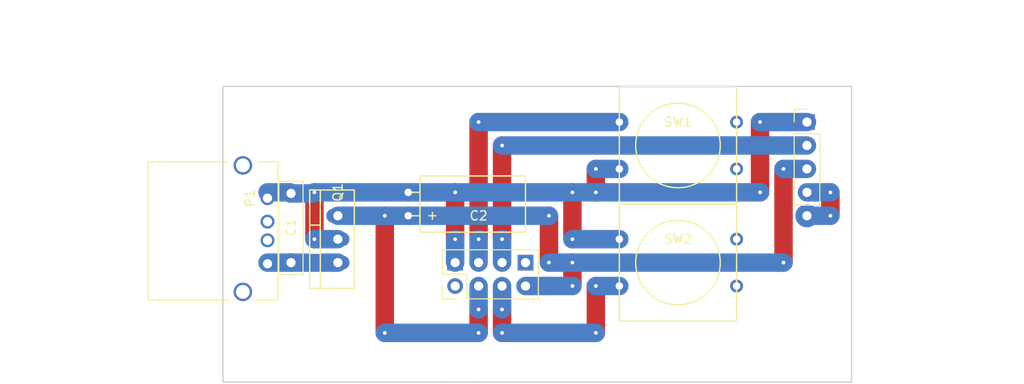
<source format=kicad_pcb>
(kicad_pcb (version 4) (host pcbnew 4.0.4+e1-6308~48~ubuntu15.10.1-stable)

  (general
    (links 17)
    (no_connects 0)
    (area -26.185713 17.25 104.240001 52.7)
    (thickness 1.6)
    (drawings 23)
    (tracks 80)
    (zones 0)
    (modules 11)
    (nets 8)
  )

  (page A4)
  (layers
    (0 F.Cu signal)
    (31 B.Cu signal)
    (33 F.Adhes user hide)
    (35 F.Paste user hide)
    (37 F.SilkS user)
    (39 F.Mask user hide)
    (40 Dwgs.User user)
    (41 Cmts.User user hide)
    (42 Eco1.User user)
    (43 Eco2.User user hide)
    (44 Edge.Cuts user)
    (45 Margin user hide)
    (47 F.CrtYd user)
    (49 F.Fab user)
  )

  (setup
    (last_trace_width 2)
    (trace_clearance 0.2)
    (zone_clearance 0.508)
    (zone_45_only no)
    (trace_min 0.2)
    (segment_width 0.2)
    (edge_width 0.15)
    (via_size 0.6)
    (via_drill 0.4)
    (via_min_size 0.4)
    (via_min_drill 0.3)
    (uvia_size 0.3)
    (uvia_drill 0.1)
    (uvias_allowed no)
    (uvia_min_size 0.2)
    (uvia_min_drill 0.1)
    (pcb_text_width 0.3)
    (pcb_text_size 1.5 1.5)
    (mod_edge_width 0.15)
    (mod_text_size 1 1)
    (mod_text_width 0.15)
    (pad_size 2 2)
    (pad_drill 1.5)
    (pad_to_mask_clearance 0.2)
    (aux_axis_origin 0 0)
    (grid_origin 12.7 17.78)
    (visible_elements FFFFF77F)
    (pcbplotparams
      (layerselection 0x00030_80000001)
      (usegerberextensions false)
      (excludeedgelayer true)
      (linewidth 0.100000)
      (plotframeref false)
      (viasonmask false)
      (mode 1)
      (useauxorigin false)
      (hpglpennumber 1)
      (hpglpenspeed 20)
      (hpglpendiameter 15)
      (hpglpenoverlay 2)
      (psnegative false)
      (psa4output false)
      (plotreference true)
      (plotvalue true)
      (plotinvisibletext false)
      (padsonsilk false)
      (subtractmaskfromsilk false)
      (outputformat 1)
      (mirror false)
      (drillshape 1)
      (scaleselection 1)
      (outputdirectory ""))
  )

  (net 0 "")
  (net 1 +5V)
  (net 2 GND)
  (net 3 "Net-(C2-Pad1)")
  (net 4 "Net-(P2-Pad3)")
  (net 5 "Net-(P2-Pad5)")
  (net 6 "Net-(P2-Pad6)")
  (net 7 Antena)

  (net_class Default "This is the default net class."
    (clearance 0.2)
    (trace_width 2)
    (via_dia 0.6)
    (via_drill 0.4)
    (uvia_dia 0.3)
    (uvia_drill 0.1)
    (add_net +5V)
    (add_net Antena)
    (add_net GND)
    (add_net "Net-(C2-Pad1)")
    (add_net "Net-(P2-Pad3)")
    (add_net "Net-(P2-Pad5)")
    (add_net "Net-(P2-Pad6)")
  )

  (module Pin_Headers:Pin_Header_Straight_2x04_Pitch2.54mm (layer F.Cu) (tedit 58A2DA9B) (tstamp 58A21273)
    (at 139.7 105.41 90)
    (descr "Through hole straight pin header, 2x04, 2.54mm pitch, double rows")
    (tags "Through hole pin header THT 2x04 2.54mm double row")
    (path /589F22F1)
    (fp_text reference P2 (at 1.27 -2.39 90) (layer F.SilkS) hide
      (effects (font (size 1 1) (thickness 0.15)))
    )
    (fp_text value ESP-8266-01 (at 1.27 10.01 90) (layer F.Fab)
      (effects (font (size 1 1) (thickness 0.15)))
    )
    (fp_line (start -1.27 -1.27) (end -1.27 8.89) (layer F.Fab) (width 0.1))
    (fp_line (start -1.27 8.89) (end 3.81 8.89) (layer F.Fab) (width 0.1))
    (fp_line (start 3.81 8.89) (end 3.81 -1.27) (layer F.Fab) (width 0.1))
    (fp_line (start 3.81 -1.27) (end -1.27 -1.27) (layer F.Fab) (width 0.1))
    (fp_line (start -1.39 1.27) (end -1.39 9.01) (layer F.SilkS) (width 0.12))
    (fp_line (start -1.39 9.01) (end 3.93 9.01) (layer F.SilkS) (width 0.12))
    (fp_line (start 3.93 9.01) (end 3.93 -1.39) (layer F.SilkS) (width 0.12))
    (fp_line (start 3.93 -1.39) (end 1.27 -1.39) (layer F.SilkS) (width 0.12))
    (fp_line (start 1.27 -1.39) (end 1.27 1.27) (layer F.SilkS) (width 0.12))
    (fp_line (start 1.27 1.27) (end -1.39 1.27) (layer F.SilkS) (width 0.12))
    (fp_line (start -1.39 0) (end -1.39 -1.39) (layer F.SilkS) (width 0.12))
    (fp_line (start -1.39 -1.39) (end 0 -1.39) (layer F.SilkS) (width 0.12))
    (fp_line (start -1.6 -1.6) (end -1.6 9.2) (layer F.CrtYd) (width 0.05))
    (fp_line (start -1.6 9.2) (end 4.1 9.2) (layer F.CrtYd) (width 0.05))
    (fp_line (start 4.1 9.2) (end 4.1 -1.6) (layer F.CrtYd) (width 0.05))
    (fp_line (start 4.1 -1.6) (end -1.6 -1.6) (layer F.CrtYd) (width 0.05))
    (pad TX thru_hole circle (at 0 0 90) (size 1.7 1.7) (drill 1) (layers *.Cu *.Mask))
    (pad 2 thru_hole rect (at 2.54 0 90) (size 1.7 1.7) (drill 1) (layers *.Cu *.Mask)
      (net 2 GND))
    (pad CH_P thru_hole oval (at 0 2.54 90) (size 1.7 1.7) (drill 1) (layers *.Cu *.Mask)
      (net 3 "Net-(C2-Pad1)"))
    (pad G2 thru_hole oval (at 2.54 2.54 90) (size 1.7 1.7) (drill 1) (layers *.Cu *.Mask)
      (net 4 "Net-(P2-Pad3)"))
    (pad RST thru_hole oval (at 0 5.08 90) (size 1.7 1.7) (drill 1) (layers *.Cu *.Mask)
      (net 6 "Net-(P2-Pad6)"))
    (pad G0 thru_hole oval (at 2.54 5.08 90) (size 1.7 1.7) (drill 1) (layers *.Cu *.Mask)
      (net 5 "Net-(P2-Pad5)"))
    (pad VCC thru_hole oval (at 0 7.62 90) (size 1.7 1.7) (drill 1) (layers *.Cu *.Mask)
      (net 3 "Net-(C2-Pad1)"))
    (pad RX thru_hole rect (at 2.54 7.62 90) (size 1.7 1.7) (drill 1) (layers *.Cu *.Mask))
    (model Pin_Headers.3dshapes/Pin_Header_Straight_2x04_Pitch2.54mm.wrl
      (at (xyz 0.05 -0.15 0))
      (scale (xyz 1 1 1))
      (rotate (xyz 0 0 90))
    )
  )

  (module Connect:USB_A (layer F.Cu) (tedit 58A2DA5F) (tstamp 58A06C58)
    (at 119.38 95.885 270)
    (descr "USB A connector")
    (tags "USB USB_A")
    (path /589F22AA)
    (fp_text reference P1 (at 0 1.905 270) (layer F.SilkS)
      (effects (font (size 1 1) (thickness 0.15)))
    )
    (fp_text value USB_A (at 3.84 7.44 270) (layer F.Fab)
      (effects (font (size 1 1) (thickness 0.15)))
    )
    (fp_line (start -5.3 13.2) (end -5.3 -1.4) (layer F.CrtYd) (width 0.05))
    (fp_line (start 11.95 -1.4) (end 11.95 13.2) (layer F.CrtYd) (width 0.05))
    (fp_line (start -5.3 13.2) (end 11.95 13.2) (layer F.CrtYd) (width 0.05))
    (fp_line (start -5.3 -1.4) (end 11.95 -1.4) (layer F.CrtYd) (width 0.05))
    (fp_line (start 11.05 -1.14) (end 11.05 1.19) (layer F.SilkS) (width 0.12))
    (fp_line (start -3.94 -1.14) (end -3.94 0.98) (layer F.SilkS) (width 0.12))
    (fp_line (start 11.05 -1.14) (end -3.94 -1.14) (layer F.SilkS) (width 0.12))
    (fp_line (start 11.05 12.95) (end -3.94 12.95) (layer F.SilkS) (width 0.12))
    (fp_line (start 11.05 4.15) (end 11.05 12.95) (layer F.SilkS) (width 0.12))
    (fp_line (start -3.94 4.35) (end -3.94 12.95) (layer F.SilkS) (width 0.12))
    (pad 1 thru_hole circle (at 7.11 0 180) (size 1.5 1.5) (drill 1) (layers *.Cu *.Mask)
      (net 1 +5V))
    (pad "" thru_hole circle (at 4.57 0 180) (size 1.5 1.5) (drill 1) (layers *.Cu *.Mask))
    (pad "" thru_hole circle (at 2.54 0 180) (size 1.5 1.5) (drill 1) (layers *.Cu *.Mask))
    (pad 4 thru_hole circle (at 0 0 180) (size 1.5 1.5) (drill 1) (layers *.Cu *.Mask)
      (net 2 GND))
    (pad "" np_thru_hole oval (at 10.16 2.67 180) (size 2 2) (drill 1.5) (layers *.Cu *.Mask))
    (pad "" np_thru_hole oval (at -3.56 2.67 180) (size 2 2) (drill 1.5) (layers *.Cu *.Mask))
    (model Connectors.3dshapes/USB_A.wrl
      (at (xyz 0.14 0 0))
      (scale (xyz 1 1 1))
      (rotate (xyz 0 0 90))
    )
  )

  (module Buttons_Switches_ThroughHole:SW_PUSH-12mm (layer F.Cu) (tedit 58A2DABD) (tstamp 58A06CB3)
    (at 163.83 90.17)
    (path /589F3835)
    (fp_text reference SW1 (at 0 -2.54) (layer F.SilkS)
      (effects (font (size 1 1) (thickness 0.15)))
    )
    (fp_text value SW_RESET (at 0 2.54) (layer F.Fab)
      (effects (font (size 1 1) (thickness 0.15)))
    )
    (fp_circle (center 0 0) (end 3.81 2.54) (layer F.SilkS) (width 0.15))
    (fp_line (start -6.35 -6.35) (end 6.35 -6.35) (layer F.SilkS) (width 0.15))
    (fp_line (start 6.35 -6.35) (end 6.35 6.35) (layer F.SilkS) (width 0.15))
    (fp_line (start 6.35 6.35) (end -6.35 6.35) (layer F.SilkS) (width 0.15))
    (fp_line (start -6.35 6.35) (end -6.35 -6.35) (layer F.SilkS) (width 0.15))
    (pad "" np_thru_hole oval (at 6.35 -2.54) (size 1.397 1.397) (drill 0.8128) (layers *.Cu *.Mask))
    (pad "" np_thru_hole circle (at 6.35 2.54) (size 1.397 1.397) (drill 0.8128) (layers *.Cu *.Mask))
    (pad 2 thru_hole circle (at -6.35 -2.54) (size 1.397 1.397) (drill 0.8128) (layers *.Cu *.Mask)
      (net 4 "Net-(P2-Pad3)"))
    (pad 1 thru_hole rect (at -6.35 2.54) (size 1.397 1.397) (drill 0.8128) (layers *.Cu *.Mask)
      (net 2 GND))
    (model Buttons_Switches_ThroughHole.3dshapes/SW_PUSH-12mm.wrl
      (at (xyz 0 0 0))
      (scale (xyz 4 4 4))
      (rotate (xyz 0 0 0))
    )
  )

  (module Buttons_Switches_ThroughHole:SW_PUSH-12mm (layer F.Cu) (tedit 58A2DAB3) (tstamp 58A06CC0)
    (at 163.83 102.87)
    (path /589F36F6)
    (fp_text reference SW2 (at 0 -2.54) (layer F.SilkS)
      (effects (font (size 1 1) (thickness 0.15)))
    )
    (fp_text value RST (at 0 2.54) (layer F.Fab)
      (effects (font (size 1 1) (thickness 0.15)))
    )
    (fp_circle (center 0 0) (end 3.81 2.54) (layer F.SilkS) (width 0.15))
    (fp_line (start -6.35 -6.35) (end 6.35 -6.35) (layer F.SilkS) (width 0.15))
    (fp_line (start 6.35 -6.35) (end 6.35 6.35) (layer F.SilkS) (width 0.15))
    (fp_line (start 6.35 6.35) (end -6.35 6.35) (layer F.SilkS) (width 0.15))
    (fp_line (start -6.35 6.35) (end -6.35 -6.35) (layer F.SilkS) (width 0.15))
    (pad "" np_thru_hole circle (at 6.35 -2.54) (size 1.397 1.397) (drill 0.8128) (layers *.Cu *.Mask))
    (pad "" np_thru_hole circle (at 6.35 2.54) (size 1.397 1.397) (drill 0.8128) (layers *.Cu *.Mask))
    (pad 2 thru_hole rect (at -6.35 -2.54) (size 1.397 1.397) (drill 0.8128) (layers *.Cu *.Mask)
      (net 2 GND))
    (pad 1 thru_hole circle (at -6.35 2.54) (size 1.397 1.397) (drill 0.8128) (layers *.Cu *.Mask)
      (net 6 "Net-(P2-Pad6)"))
    (model Buttons_Switches_ThroughHole.3dshapes/SW_PUSH-12mm.wrl
      (at (xyz 0 0 0))
      (scale (xyz 4 4 4))
      (rotate (xyz 0 0 0))
    )
  )

  (module Discret:C1V5H (layer F.Cu) (tedit 58A221E8) (tstamp 58A06C44)
    (at 134.62 96.52 90)
    (descr "Condensateur e = 1 pas")
    (tags C)
    (path /589F2D02)
    (fp_text reference C2 (at -1.27 7.62 180) (layer F.SilkS)
      (effects (font (size 1 1) (thickness 0.15)))
    )
    (fp_text value 2,2uF (at 1.27 7.62 180) (layer F.Fab)
      (effects (font (size 1 1) (thickness 0.15)))
    )
    (fp_line (start -3.048 12.7) (end 3.048 12.7) (layer F.SilkS) (width 0.15))
    (fp_line (start -3.048 1.27) (end 3.048 1.27) (layer F.SilkS) (width 0.15))
    (fp_line (start -3.048 12.7) (end -3.048 1.27) (layer F.SilkS) (width 0.15))
    (fp_line (start 3.048 1.27) (end 3.048 12.7) (layer F.SilkS) (width 0.15))
    (fp_line (start -1.27 0) (end -1.27 1.27) (layer F.SilkS) (width 0.15))
    (fp_line (start 1.27 0) (end 1.27 1.27) (layer F.SilkS) (width 0.15))
    (fp_text user + (at -1.27 2.54 90) (layer F.SilkS)
      (effects (font (size 1 1) (thickness 0.15)))
    )
    (pad 1 thru_hole circle (at -1.27 0 90) (size 1.397 1.397) (drill 0.8128) (layers *.Cu *.Mask)
      (net 3 "Net-(C2-Pad1)"))
    (pad 2 thru_hole rect (at 1.27 0 90) (size 1.397 1.397) (drill 0.8128) (layers *.Cu *.Mask)
      (net 2 GND))
    (model Discret.3dshapes/C1V5H.wrl
      (at (xyz 0 0 0))
      (scale (xyz 1 1 1))
      (rotate (xyz 0 0 0))
    )
  )

  (module Pin_Headers:Pin_Header_Straight_1x04_Pitch2.54mm (layer F.Cu) (tedit 58A2DA93) (tstamp 58A06CA6)
    (at 177.8 87.63)
    (descr "Through hole straight pin header, 1x04, 2.54mm pitch, single row")
    (tags "Through hole pin header THT 1x04 2.54mm single row")
    (path /589F410B)
    (fp_text reference Q2 (at 0 -2.39) (layer F.SilkS) hide
      (effects (font (size 1 1) (thickness 0.15)))
    )
    (fp_text value 433-module (at 2.54 1.27 90) (layer F.Fab)
      (effects (font (size 1 1) (thickness 0.15)))
    )
    (fp_line (start -1.27 -1.27) (end -1.27 8.89) (layer F.Fab) (width 0.1))
    (fp_line (start -1.27 8.89) (end 1.27 8.89) (layer F.Fab) (width 0.1))
    (fp_line (start 1.27 8.89) (end 1.27 -1.27) (layer F.Fab) (width 0.1))
    (fp_line (start 1.27 -1.27) (end -1.27 -1.27) (layer F.Fab) (width 0.1))
    (fp_line (start -1.39 1.27) (end -1.39 9.01) (layer F.SilkS) (width 0.12))
    (fp_line (start -1.39 9.01) (end 1.39 9.01) (layer F.SilkS) (width 0.12))
    (fp_line (start 1.39 9.01) (end 1.39 1.27) (layer F.SilkS) (width 0.12))
    (fp_line (start 1.39 1.27) (end -1.39 1.27) (layer F.SilkS) (width 0.12))
    (fp_line (start -1.39 0) (end -1.39 -1.39) (layer F.SilkS) (width 0.12))
    (fp_line (start -1.39 -1.39) (end 0 -1.39) (layer F.SilkS) (width 0.12))
    (fp_line (start -1.6 -1.6) (end -1.6 9.2) (layer F.CrtYd) (width 0.05))
    (fp_line (start -1.6 9.2) (end 1.6 9.2) (layer F.CrtYd) (width 0.05))
    (fp_line (start 1.6 9.2) (end 1.6 -1.6) (layer F.CrtYd) (width 0.05))
    (fp_line (start 1.6 -1.6) (end -1.6 -1.6) (layer F.CrtYd) (width 0.05))
    (pad 1 thru_hole rect (at 0 0) (size 1.7 1.7) (drill 1) (layers *.Cu *.Mask)
      (net 2 GND))
    (pad DATA thru_hole oval (at 0 2.54) (size 1.7 1.7) (drill 1) (layers *.Cu *.Mask)
      (net 5 "Net-(P2-Pad5)"))
    (pad VCC thru_hole oval (at 0 5.08) (size 1.7 1.7) (drill 1) (layers *.Cu *.Mask)
      (net 3 "Net-(C2-Pad1)"))
    (pad 4 thru_hole oval (at 0 7.62) (size 1.7 1.7) (drill 1) (layers *.Cu *.Mask)
      (net 7 Antena))
    (model Pin_Headers.3dshapes/Pin_Header_Straight_1x04_Pitch2.54mm.wrl
      (at (xyz 0 -0.15 0))
      (scale (xyz 1 1 1))
      (rotate (xyz 0 0 90))
    )
  )

  (module Capacitors_ThroughHole:C_Rect_L10.0mm_W2.5mm_P7.50mm_MKS4 (layer F.Cu) (tedit 58A2DA58) (tstamp 58A06BB0)
    (at 121.92 102.87 90)
    (descr "C, Rect series, Radial, pin pitch=7.50mm, , length*width=10*2.5mm^2, Capacitor, http://www.wima.com/EN/WIMA_MKS_4.pdf")
    (tags "C Rect series Radial pin pitch 7.50mm  length 10mm width 2.5mm Capacitor")
    (path /589F23DA)
    (fp_text reference C1 (at 3.81 0 90) (layer F.SilkS)
      (effects (font (size 1 1) (thickness 0.15)))
    )
    (fp_text value 0.1uF (at 12.065 0 90) (layer F.Fab)
      (effects (font (size 1 1) (thickness 0.15)))
    )
    (fp_line (start -1.25 -1.25) (end -1.25 1.25) (layer F.Fab) (width 0.1))
    (fp_line (start -1.25 1.25) (end 8.75 1.25) (layer F.Fab) (width 0.1))
    (fp_line (start 8.75 1.25) (end 8.75 -1.25) (layer F.Fab) (width 0.1))
    (fp_line (start 8.75 -1.25) (end -1.25 -1.25) (layer F.Fab) (width 0.1))
    (fp_line (start -1.31 -1.31) (end 8.81 -1.31) (layer F.SilkS) (width 0.12))
    (fp_line (start -1.31 1.31) (end 8.81 1.31) (layer F.SilkS) (width 0.12))
    (fp_line (start -1.31 -1.31) (end -1.31 1.31) (layer F.SilkS) (width 0.12))
    (fp_line (start 8.81 -1.31) (end 8.81 1.31) (layer F.SilkS) (width 0.12))
    (fp_line (start -1.6 -1.6) (end -1.6 1.6) (layer F.CrtYd) (width 0.05))
    (fp_line (start -1.6 1.6) (end 9.1 1.6) (layer F.CrtYd) (width 0.05))
    (fp_line (start 9.1 1.6) (end 9.1 -1.6) (layer F.CrtYd) (width 0.05))
    (fp_line (start 9.1 -1.6) (end -1.6 -1.6) (layer F.CrtYd) (width 0.05))
    (pad 1 thru_hole circle (at 0 0 90) (size 2 2) (drill 1) (layers *.Cu *.Mask)
      (net 1 +5V))
    (pad 2 thru_hole circle (at 7.5 0 90) (size 2 2) (drill 1) (layers *.Cu *.Mask)
      (net 2 GND))
    (model Capacitors_ThroughHole.3dshapes/C_Rect_L10.0mm_W2.5mm_P7.50mm_MKS4.wrl
      (at (xyz 0 0 0))
      (scale (xyz 0.393701 0.393701 0.393701))
      (rotate (xyz 0 0 0))
    )
  )

  (module TO_SOT_Packages_THT:TO-220_Neutral123_Vertical (layer F.Cu) (tedit 58A221B8) (tstamp 58A06C8C)
    (at 127 100.33 90)
    (descr "TO-220, Neutral, Vertical,")
    (tags "TO-220, Neutral, Vertical,")
    (path /589F29B2)
    (fp_text reference Q1 (at 5.08 0 90) (layer F.SilkS)
      (effects (font (size 1 1) (thickness 0.15)))
    )
    (fp_text value LF33CV (at -7.62 0 90) (layer F.Fab)
      (effects (font (size 1 1) (thickness 0.15)))
    )
    (fp_line (start -1.524 -3.048) (end -1.524 -1.905) (layer F.SilkS) (width 0.15))
    (fp_line (start 1.524 -3.048) (end 1.524 -1.905) (layer F.SilkS) (width 0.15))
    (fp_line (start 5.334 -1.905) (end 5.334 1.778) (layer F.SilkS) (width 0.15))
    (fp_line (start 5.334 1.778) (end -5.334 1.778) (layer F.SilkS) (width 0.15))
    (fp_line (start -5.334 1.778) (end -5.334 -1.905) (layer F.SilkS) (width 0.15))
    (fp_line (start 5.334 -3.048) (end 5.334 -1.905) (layer F.SilkS) (width 0.15))
    (fp_line (start 5.334 -1.905) (end -5.334 -1.905) (layer F.SilkS) (width 0.15))
    (fp_line (start -5.334 -1.905) (end -5.334 -3.048) (layer F.SilkS) (width 0.15))
    (fp_line (start 0 -3.048) (end -5.334 -3.048) (layer F.SilkS) (width 0.15))
    (fp_line (start 0 -3.048) (end 5.334 -3.048) (layer F.SilkS) (width 0.15))
    (pad 2 thru_hole oval (at 0 0 180) (size 2.49936 1.50114) (drill 1.00076) (layers *.Cu *.Mask)
      (net 2 GND))
    (pad 1 thru_hole oval (at -2.54 0 180) (size 2.49936 1.50114) (drill 1.00076) (layers *.Cu *.Mask)
      (net 1 +5V))
    (pad 3 thru_hole oval (at 2.54 0 180) (size 2.49936 1.50114) (drill 1.00076) (layers *.Cu *.Mask)
      (net 3 "Net-(C2-Pad1)"))
    (model TO_SOT_Packages_THT.3dshapes/TO-220_Neutral123_Vertical.wrl
      (at (xyz 0 0 0))
      (scale (xyz 0.3937 0.3937 0.3937))
      (rotate (xyz 0 0 0))
    )
  )

  (module Wire_Pads:SolderWirePad_single_1mmDrill (layer F.Cu) (tedit 58A2DA8E) (tstamp 58A225A4)
    (at 177.8 97.79)
    (fp_text reference REF** (at 0 -3.81) (layer F.SilkS) hide
      (effects (font (size 1 1) (thickness 0.15)))
    )
    (fp_text value Antena (at 0 2.54 180) (layer F.Fab)
      (effects (font (size 1 1) (thickness 0.15)))
    )
    (pad 1 thru_hole circle (at 0 0) (size 2.49936 2.49936) (drill 1.00076) (layers *.Cu *.Mask)
      (net 7 Antena))
  )

  (module Mounting_Holes:MountingHole_3mm (layer F.Cu) (tedit 58A2DAA2) (tstamp 58A22D43)
    (at 118.11 112.395)
    (descr "Mounting Hole 3mm, no annular")
    (tags "mounting hole 3mm no annular")
    (fp_text reference REF** (at 0 -4) (layer F.SilkS) hide
      (effects (font (size 1 1) (thickness 0.15)))
    )
    (fp_text value MountingHole_3mm (at 0 4) (layer F.Fab) hide
      (effects (font (size 1 1) (thickness 0.15)))
    )
    (fp_circle (center 0 0) (end 3 0) (layer Cmts.User) (width 0.15))
    (fp_circle (center 0 0) (end 3.25 0) (layer F.CrtYd) (width 0.05))
    (pad 1 np_thru_hole circle (at 0 0) (size 3 3) (drill 3) (layers *.Cu *.Mask))
  )

  (module Mounting_Holes:MountingHole_3mm (layer F.Cu) (tedit 58A2DAA7) (tstamp 58A22D67)
    (at 118.11 86.995)
    (descr "Mounting Hole 3mm, no annular")
    (tags "mounting hole 3mm no annular")
    (fp_text reference REF** (at 0 -4) (layer F.SilkS) hide
      (effects (font (size 1 1) (thickness 0.15)))
    )
    (fp_text value MountingHole_3mm (at 0 4) (layer F.Fab) hide
      (effects (font (size 1 1) (thickness 0.15)))
    )
    (fp_circle (center 0 0) (end 3 0) (layer Cmts.User) (width 0.15))
    (fp_circle (center 0 0) (end 3.25 0) (layer F.CrtYd) (width 0.05))
    (pad 1 np_thru_hole circle (at 0 0) (size 3 3) (drill 3) (layers *.Cu *.Mask))
  )

  (dimension 8.001 (width 0.3) (layer Eco1.User)
    (gr_text "8,001 mm" (at 96.694 111.8235 270) (layer Eco1.User)
      (effects (font (size 1.5 1.5) (thickness 0.3)))
    )
    (feature1 (pts (xy 114.554 115.824) (xy 95.344 115.824)))
    (feature2 (pts (xy 114.554 107.823) (xy 95.344 107.823)))
    (crossbar (pts (xy 98.044 107.823) (xy 98.044 115.824)))
    (arrow1a (pts (xy 98.044 115.824) (xy 97.457579 114.697496)))
    (arrow1b (pts (xy 98.044 115.824) (xy 98.630421 114.697496)))
    (arrow2a (pts (xy 98.044 107.823) (xy 97.457579 108.949504)))
    (arrow2b (pts (xy 98.044 107.823) (xy 98.630421 108.949504)))
  )
  (dimension 6.858 (width 0.3) (layer Eco1.User)
    (gr_text "6,858 mm" (at 96.694 87.122 90) (layer Eco1.User)
      (effects (font (size 1.5 1.5) (thickness 0.3)))
    )
    (feature1 (pts (xy 114.554 83.693) (xy 95.344 83.693)))
    (feature2 (pts (xy 114.554 90.551) (xy 95.344 90.551)))
    (crossbar (pts (xy 98.044 90.551) (xy 98.044 83.693)))
    (arrow1a (pts (xy 98.044 83.693) (xy 98.630421 84.819504)))
    (arrow1b (pts (xy 98.044 83.693) (xy 97.457579 84.819504)))
    (arrow2a (pts (xy 98.044 90.551) (xy 98.630421 89.424496)))
    (arrow2b (pts (xy 98.044 90.551) (xy 97.457579 89.424496)))
  )
  (dimension 32.004252 (width 0.3) (layer Eco1.User)
    (gr_text "32,004 mm" (at 198.643251 99.885308 89.77263699) (layer Eco1.User)
      (effects (font (size 1.5 1.5) (thickness 0.3)))
    )
    (feature1 (pts (xy 182.626 115.824) (xy 199.929741 115.892665)))
    (feature2 (pts (xy 182.753 83.82) (xy 200.056741 83.888665)))
    (crossbar (pts (xy 197.356762 83.877951) (xy 197.229762 115.881951)))
    (arrow1a (pts (xy 197.229762 115.881951) (xy 196.647816 114.753129)))
    (arrow1b (pts (xy 197.229762 115.881951) (xy 197.820648 114.757783)))
    (arrow2a (pts (xy 197.356762 83.877951) (xy 196.765876 85.002119)))
    (arrow2b (pts (xy 197.356762 83.877951) (xy 197.938708 85.006773)))
  )
  (dimension 68.072 (width 0.3) (layer Eco1.User)
    (gr_text "68,072 mm" (at 148.59 76.247) (layer Eco1.User)
      (effects (font (size 1.5 1.5) (thickness 0.3)))
    )
    (feature1 (pts (xy 182.626 83.693) (xy 182.626 74.897)))
    (feature2 (pts (xy 114.554 83.693) (xy 114.554 74.897)))
    (crossbar (pts (xy 114.554 77.597) (xy 182.626 77.597)))
    (arrow1a (pts (xy 182.626 77.597) (xy 181.499496 78.183421)))
    (arrow1b (pts (xy 182.626 77.597) (xy 181.499496 77.010579)))
    (arrow2a (pts (xy 114.554 77.597) (xy 115.680504 78.183421)))
    (arrow2b (pts (xy 114.554 77.597) (xy 115.680504 77.010579)))
  )
  (gr_line (start 182.626 115.824) (end 182.626 83.82) (angle 90) (layer Edge.Cuts) (width 0.15))
  (gr_line (start 114.554 115.824) (end 114.554 83.82) (angle 90) (layer Edge.Cuts) (width 0.15))
  (gr_line (start 138.43 115.824) (end 114.554 115.824) (angle 90) (layer Edge.Cuts) (width 0.15))
  (gr_line (start 141.986 115.824) (end 182.626 115.824) (angle 90) (layer Edge.Cuts) (width 0.15))
  (gr_line (start 138.176 115.824) (end 141.986 115.824) (angle 90) (layer Edge.Cuts) (width 0.15))
  (gr_line (start 114.554 83.754) (end 182.554 83.754) (angle 90) (layer Edge.Cuts) (width 0.15))
  (gr_line (start 20.32 45.72) (end 22.86 45.72) (angle 90) (layer Cmts.User) (width 0.2))
  (gr_line (start 20.32 45.72) (end 20.32 43.18) (angle 90) (layer Cmts.User) (width 0.2))
  (gr_line (start 22.86 45.72) (end 20.32 45.72) (angle 90) (layer Cmts.User) (width 0.2))
  (gr_line (start 22.86 43.18) (end 22.86 45.72) (angle 90) (layer Cmts.User) (width 0.2))
  (gr_line (start 20.32 43.18) (end 22.86 43.18) (angle 90) (layer Cmts.User) (width 0.2))
  (gr_line (start 20.32 22.86) (end 20.32 20.32) (angle 90) (layer Cmts.User) (width 0.2))
  (gr_line (start 22.86 20.32) (end 20.32 20.32) (angle 90) (layer Cmts.User) (width 0.2))
  (gr_line (start 22.86 20.32) (end 22.86 22.86) (angle 90) (layer Cmts.User) (width 0.2))
  (gr_line (start 20.32 22.86) (end 22.86 22.86) (angle 90) (layer Cmts.User) (width 0.2))
  (gr_line (start 17.78 48.26) (end 17.78 17.78) (angle 90) (layer Cmts.User) (width 0.2))
  (gr_line (start 104.14 48.26) (end 17.78 48.26) (angle 90) (layer Cmts.User) (width 0.2))
  (gr_line (start 83.82 17.78) (end 83.82 48.26) (angle 90) (layer Cmts.User) (width 0.2))
  (gr_line (start 17.78 17.78) (end 104.14 17.78) (angle 90) (layer Cmts.User) (width 0.2))

  (segment (start 127 102.87) (end 121.92 102.87) (width 2) (layer B.Cu) (net 1))
  (segment (start 121.92 102.87) (end 119.38 102.87) (width 2) (layer B.Cu) (net 1) (tstamp 58A21DD0))
  (segment (start 157.48 100.33) (end 152.4 100.33) (width 2) (layer B.Cu) (net 2))
  (via (at 152.4 95.25) (size 0.6) (drill 0.4) (layers F.Cu B.Cu) (net 2))
  (segment (start 152.4 100.33) (end 152.4 95.25) (width 2) (layer F.Cu) (net 2) (tstamp 58A22644))
  (via (at 152.4 100.33) (size 0.6) (drill 0.4) (layers F.Cu B.Cu) (net 2))
  (via (at 154.94 95.25) (size 0.6) (drill 0.4) (layers F.Cu B.Cu) (net 2))
  (segment (start 154.94 92.71) (end 154.94 95.25) (width 2) (layer F.Cu) (net 2) (tstamp 58A2262F))
  (via (at 154.94 92.71) (size 0.6) (drill 0.4) (layers F.Cu B.Cu) (net 2))
  (segment (start 157.48 92.71) (end 154.94 92.71) (width 2) (layer B.Cu) (net 2))
  (segment (start 154.94 95.25) (end 172.72 95.25) (width 2) (layer B.Cu) (net 2) (tstamp 58A22634))
  (segment (start 152.4 95.25) (end 154.94 95.25) (width 2) (layer B.Cu) (net 2))
  (segment (start 139.7 95.25) (end 152.4 95.25) (width 2) (layer B.Cu) (net 2))
  (segment (start 172.72 87.63) (end 177.8 87.63) (width 2) (layer B.Cu) (net 2) (tstamp 58A224F8))
  (via (at 172.72 87.63) (size 0.6) (drill 0.4) (layers F.Cu B.Cu) (net 2))
  (segment (start 172.72 95.25) (end 172.72 87.63) (width 2) (layer F.Cu) (net 2) (tstamp 58A224F5))
  (via (at 172.72 95.25) (size 0.6) (drill 0.4) (layers F.Cu B.Cu) (net 2))
  (segment (start 139.7 100.33) (end 139.7 102.87) (width 2) (layer B.Cu) (net 2) (tstamp 58A21E2C))
  (via (at 139.7 100.33) (size 0.6) (drill 0.4) (layers F.Cu B.Cu) (net 2))
  (segment (start 139.7 95.25) (end 139.7 100.33) (width 2) (layer F.Cu) (net 2) (tstamp 58A21E27))
  (via (at 139.7 95.25) (size 0.6) (drill 0.4) (layers F.Cu B.Cu) (net 2))
  (segment (start 121.92 95.37) (end 124.34 95.37) (width 2) (layer B.Cu) (net 2))
  (segment (start 124.46 100.33) (end 127 100.33) (width 2) (layer B.Cu) (net 2) (tstamp 58A21DA8))
  (via (at 124.46 100.33) (size 0.6) (drill 0.4) (layers F.Cu B.Cu) (net 2))
  (segment (start 124.46 95.25) (end 124.46 100.33) (width 2) (layer F.Cu) (net 2) (tstamp 58A21DA5))
  (segment (start 119.38 95.25) (end 121.8 95.25) (width 2) (layer B.Cu) (net 2))
  (segment (start 121.8 95.25) (end 121.92 95.37) (width 2) (layer B.Cu) (net 2) (tstamp 58A21D9D))
  (segment (start 134.62 95.25) (end 139.7 95.25) (width 2) (layer B.Cu) (net 2))
  (segment (start 124.46 95.25) (end 134.62 95.25) (width 2) (layer B.Cu) (net 2))
  (via (at 124.46 95.25) (size 0.6) (drill 0.4) (layers F.Cu B.Cu) (net 2))
  (segment (start 124.34 95.37) (end 124.46 95.25) (width 2) (layer B.Cu) (net 2) (tstamp 58A21DA1))
  (via (at 152.4 102.87) (size 0.6) (drill 0.4) (layers F.Cu B.Cu) (net 3))
  (segment (start 147.32 105.41) (end 149.86 105.41) (width 2) (layer B.Cu) (net 3))
  (segment (start 152.4 105.41) (end 149.86 105.41) (width 2) (layer B.Cu) (net 3))
  (via (at 152.4 105.41) (size 0.6) (drill 0.4) (layers F.Cu B.Cu) (net 3))
  (segment (start 152.4 105.41) (end 152.4 102.87) (width 2) (layer F.Cu) (net 3) (tstamp 58A226D4))
  (via (at 149.86 97.79) (size 0.6) (drill 0.4) (layers F.Cu B.Cu) (net 3))
  (via (at 175.26 92.71) (size 0.6) (drill 0.4) (layers F.Cu B.Cu) (net 3))
  (segment (start 175.26 102.87) (end 175.26 92.71) (width 2) (layer F.Cu) (net 3) (tstamp 58A222EC))
  (via (at 175.26 102.87) (size 0.6) (drill 0.4) (layers F.Cu B.Cu) (net 3))
  (segment (start 149.86 102.87) (end 152.4 102.87) (width 2) (layer B.Cu) (net 3) (tstamp 58A222D9))
  (segment (start 152.4 102.87) (end 175.26 102.87) (width 2) (layer B.Cu) (net 3) (tstamp 58A226D1))
  (segment (start 177.8 92.71) (end 175.26 92.71) (width 2) (layer B.Cu) (net 3) (tstamp 58A222EF))
  (segment (start 149.86 97.79) (end 134.62 97.79) (width 2) (layer B.Cu) (net 3))
  (via (at 149.86 102.87) (size 0.6) (drill 0.4) (layers F.Cu B.Cu) (net 3))
  (segment (start 149.86 97.79) (end 149.86 102.87) (width 2) (layer F.Cu) (net 3) (tstamp 58A226C6))
  (via (at 132.08 110.49) (size 0.6) (drill 0.4) (layers F.Cu B.Cu) (net 3))
  (via (at 142.24 107.95) (size 0.6) (drill 0.4) (layers F.Cu B.Cu) (net 3))
  (segment (start 142.24 107.95) (end 142.24 110.49) (width 2) (layer F.Cu) (net 3) (tstamp 58A2268B))
  (via (at 142.24 110.49) (size 0.6) (drill 0.4) (layers F.Cu B.Cu) (net 3))
  (segment (start 142.24 110.49) (end 132.08 110.49) (width 2) (layer B.Cu) (net 3) (tstamp 58A21F9D))
  (segment (start 142.24 105.41) (end 142.24 107.95) (width 2) (layer B.Cu) (net 3))
  (via (at 132.08 97.79) (size 0.6) (drill 0.4) (layers F.Cu B.Cu) (net 3))
  (segment (start 132.08 110.49) (end 132.08 97.79) (width 2) (layer F.Cu) (net 3) (tstamp 58A2269D))
  (segment (start 127 97.79) (end 132.08 97.79) (width 2) (layer B.Cu) (net 3))
  (segment (start 132.08 97.79) (end 134.62 97.79) (width 2) (layer B.Cu) (net 3) (tstamp 58A21FB4))
  (segment (start 142.24 102.87) (end 142.24 100.33) (width 2) (layer B.Cu) (net 4))
  (segment (start 142.24 87.63) (end 157.48 87.63) (width 2) (layer B.Cu) (net 4) (tstamp 58A21E4A))
  (via (at 142.24 87.63) (size 0.6) (drill 0.4) (layers F.Cu B.Cu) (net 4))
  (segment (start 142.24 100.33) (end 142.24 87.63) (width 2) (layer F.Cu) (net 4) (tstamp 58A21E3B))
  (via (at 142.24 100.33) (size 0.6) (drill 0.4) (layers F.Cu B.Cu) (net 4))
  (segment (start 144.78 102.87) (end 144.78 100.33) (width 2) (layer B.Cu) (net 5))
  (segment (start 144.78 90.17) (end 177.8 90.17) (width 2) (layer B.Cu) (net 5) (tstamp 58A21F31))
  (via (at 144.78 90.17) (size 0.6) (drill 0.4) (layers F.Cu B.Cu) (net 5))
  (segment (start 144.78 100.33) (end 144.78 90.17) (width 2) (layer F.Cu) (net 5) (tstamp 58A21F2E))
  (via (at 144.78 100.33) (size 0.6) (drill 0.4) (layers F.Cu B.Cu) (net 5))
  (via (at 154.94 110.49) (size 0.6) (drill 0.4) (layers F.Cu B.Cu) (net 6))
  (segment (start 154.94 110.49) (end 144.78 110.49) (width 2) (layer B.Cu) (net 6) (tstamp 58A2209F))
  (via (at 144.78 110.49) (size 0.6) (drill 0.4) (layers F.Cu B.Cu) (net 6))
  (segment (start 144.78 110.49) (end 144.78 107.95) (width 2) (layer F.Cu) (net 6) (tstamp 58A220A2))
  (via (at 144.78 107.95) (size 0.6) (drill 0.4) (layers F.Cu B.Cu) (net 6))
  (segment (start 144.78 105.41) (end 144.78 107.95) (width 2) (layer B.Cu) (net 6) (tstamp 58A220A5))
  (segment (start 154.94 105.41) (end 157.48 105.41) (width 2) (layer B.Cu) (net 6))
  (via (at 154.94 105.41) (size 0.6) (drill 0.4) (layers F.Cu B.Cu) (net 6))
  (segment (start 154.94 110.49) (end 154.94 105.41) (width 2) (layer F.Cu) (net 6) (tstamp 58A22676))
  (via (at 180.34 95.25) (size 0.6) (drill 0.4) (layers F.Cu B.Cu) (net 7))
  (segment (start 177.8 97.79) (end 180.34 97.79) (width 2) (layer B.Cu) (net 7) (tstamp 58A222C2))
  (segment (start 180.34 95.25) (end 177.8 95.25) (width 2) (layer B.Cu) (net 7))
  (via (at 180.34 97.79) (size 0.6) (drill 0.4) (layers F.Cu B.Cu) (net 7))
  (segment (start 180.34 95.25) (end 180.34 97.79) (width 2) (layer F.Cu) (net 7) (tstamp 58A226E9))

)

</source>
